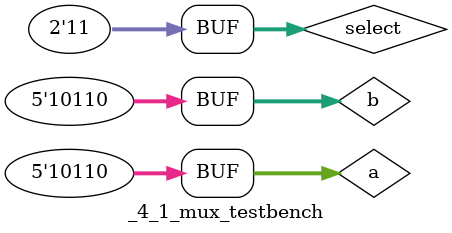
<source format=v>
`define DELAY 20
module _4_1_mux_testbench(); 
reg [4:0]a,b; 
reg [1:0]select;
wire [4:0]sum; 

_4_1_mux x(sum,select,a,b);

initial begin
select[0] = 1'b0; select[1] = 1'b0; a[0]= 1'b1; a[1]= 1'b1; a[2]= 1'b1; a[3]= 1'b1; a[4]= 1'b1;
												b[0]= 1'b1; b[1]= 1'b0; b[2]= 1'b0; b[3]= 1'b0; b[4]= 1'b1;
#`DELAY;
select[0] = 1'b1; select[1] = 1'b0; a[0]= 1'b1; a[1]= 1'b1; a[2]= 1'b0; a[3]= 1'b0; a[4]= 1'b0;
												b[0]= 1'b1; b[1]= 1'b0; b[2]= 1'b0; b[3]= 1'b0; b[4]= 1'b0;
#`DELAY;
select[0] = 1'b0; select[1] = 1'b1; a[0]= 1'b1; a[1]= 1'b0; a[2]= 1'b1; a[3]= 1'b0; a[4]= 1'b1;
												b[0]= 1'b0; b[1]= 1'b1; b[2]= 1'b0; b[3]= 1'b1; b[4]= 1'b0;
#`DELAY;
select[0] = 1'b1; select[1] = 1'b1; a[0]= 1'b0; a[1]= 1'b1; a[2]= 1'b1; a[3]= 1'b0; a[4]= 1'b1;
												b[0]= 1'b0; b[1]= 1'b1; b[2]= 1'b1; b[3]= 1'b0; b[4]= 1'b1;
#`DELAY;
end
 
 
initial
begin
$monitor("time = %2d, select=%b,  a=%b, b=%b, sum=%b", $time, select,a,b,sum);
end
 
endmodule
</source>
